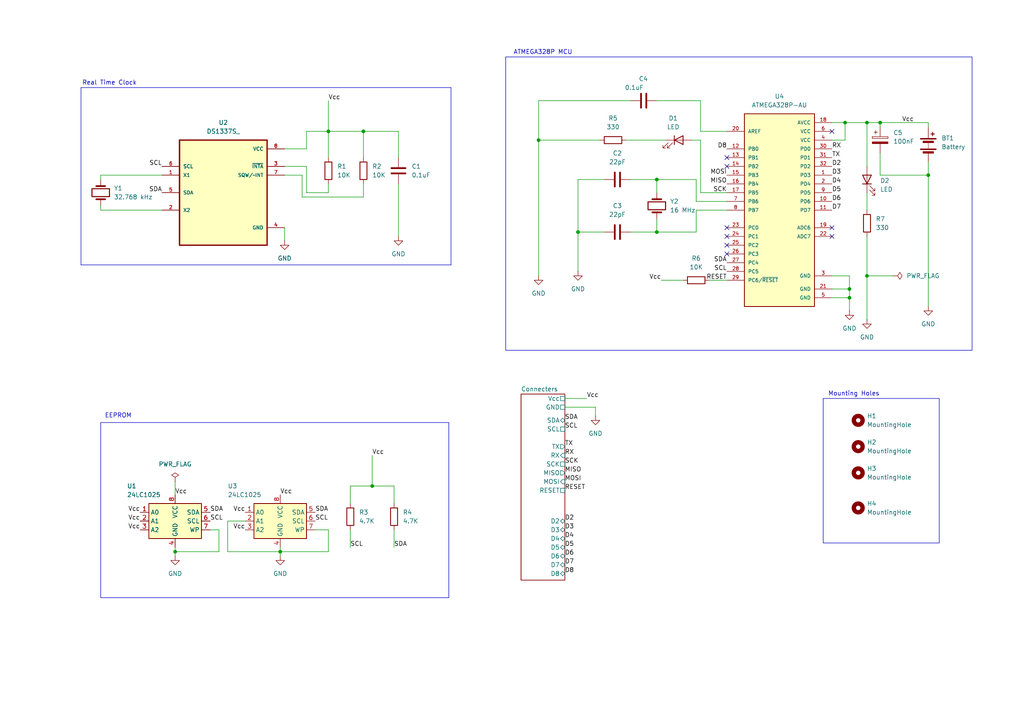
<source format=kicad_sch>
(kicad_sch (version 20250114) (generator "eeschema") (generator_version "9.0")
  (paper "A4")
  (title_block (title "${project_name}") (date "2025-11-05") (rev "1"))
  (lib_symbols
    (symbol "ATMEGA328P-AU:ATMEGA328P-AU" (pin_names (offset 1.016))
      (property "Reference" "U4" (at 0 33.02 0))
      (property "Value" "ATMEGA328P-AU" (at 0 30.48 0))
      (symbol "ATMEGA328P-AU_0_0"
        (rectangle (start -10.16 -27.94) (end 10.16 27.94) (stroke (width 0.254)) (fill (type background)))
        (pin input line (at -15.24 22.86 0) (length 5.08) (name "AREF") (number "20"))
        (pin bidirectional line (at -15.24 17.78 0) (length 5.08) (name "PB0") (number "12"))
        (pin bidirectional line (at -15.24 15.24 0) (length 5.08) (name "PB1") (number "13"))
        (pin bidirectional line (at -15.24 12.7 0) (length 5.08) (name "PB2") (number "14"))
        (pin bidirectional line (at -15.24 10.16 0) (length 5.08) (name "PB3") (number "15"))
        (pin bidirectional line (at -15.24 7.62 0) (length 5.08) (name "PB4") (number "16"))
        (pin bidirectional line (at -15.24 5.08 0) (length 5.08) (name "PB5") (number "17"))
        (pin bidirectional line (at -15.24 2.54 0) (length 5.08) (name "PB6") (number "7"))
        (pin bidirectional line (at -15.24 0 0) (length 5.08) (name "PB7") (number "8"))
        (pin bidirectional line (at -15.24 -5.08 0) (length 5.08) (name "PC0") (number "23"))
        (pin bidirectional line (at -15.24 -7.62 0) (length 5.08) (name "PC1") (number "24"))
        (pin bidirectional line (at -15.24 -10.16 0) (length 5.08) (name "PC2") (number "25"))
        (pin bidirectional line (at -15.24 -12.7 0) (length 5.08) (name "PC3") (number "26"))
        (pin bidirectional line (at -15.24 -15.24 0) (length 5.08) (name "PC4") (number "27"))
        (pin bidirectional line (at -15.24 -17.78 0) (length 5.08) (name "PC5") (number "28"))
        (pin bidirectional line (at -15.24 -20.32 0) (length 5.08) (name "PC6/~{RESET}") (number "29"))
        (pin power_in line (at 15.24 25.4 180) (length 5.08) (name "AVCC") (number "18"))
        (pin power_in line (at 15.24 22.86 180) (length 5.08) (name "VCC") (number "6"))
        (pin power_in line (at 15.24 20.32 180) (length 5.08) (name "VCC") (number "4"))
        (pin bidirectional line (at 15.24 17.78 180) (length 5.08) (name "PD0") (number "30"))
        (pin bidirectional line (at 15.24 15.24 180) (length 5.08) (name "PD1") (number "31"))
        (pin bidirectional line (at 15.24 12.7 180) (length 5.08) (name "PD2") (number "32"))
        (pin bidirectional line (at 15.24 10.16 180) (length 5.08) (name "PD3") (number "1"))
        (pin bidirectional line (at 15.24 7.62 180) (length 5.08) (name "PD4") (number "2"))
        (pin bidirectional line (at 15.24 5.08 180) (length 5.08) (name "PD5") (number "9"))
        (pin bidirectional line (at 15.24 2.54 180) (length 5.08) (name "PD6") (number "10"))
        (pin bidirectional line (at 15.24 0 180) (length 5.08) (name "PD7") (number "11"))
        (pin bidirectional line (at 15.24 -5.08 180) (length 5.08) (name "ADC6") (number "19"))
        (pin bidirectional line (at 15.24 -7.62 180) (length 5.08) (name "ADC7") (number "22"))
        (pin power_in line (at 15.24 -19.05 180) (length 5.08) (name "GND") (number "3"))
        (pin power_in line (at 15.24 -22.86 180) (length 5.08) (name "GND") (number "21"))
        (pin power_in line (at 15.24 -25.4 180) (length 5.08) (name "GND") (number "5"))
      )
    )
    (symbol "DS1337S_:DS1337S_" (pin_names (offset 1.016))
      (property "Reference" "U" (at -12.7 16.24 0))
      (property "Value" "DS1337S_" (at -12.7 -19.24 0))
      (symbol "DS1337S__0_0"
        (rectangle (start -12.7 -15.24) (end 12.7 15.24) (stroke (width 0.41)) (fill (type background)))
        (pin input line (at -17.78 7.62 0) (length 5.08) (name "SCL") (number "6"))
        (pin input line (at -17.78 5.08 0) (length 5.08) (name "X1") (number "1"))
        (pin bidirectional line (at -17.78 0 0) (length 5.08) (name "SDA") (number "5"))
        (pin bidirectional line (at -17.78 -5.08 0) (length 5.08) (name "X2") (number "2"))
        (pin power_in line (at 17.78 12.7 180) (length 5.08) (name "VCC") (number "8"))
        (pin output line (at 17.78 7.62 180) (length 5.08) (name "~{INTA}") (number "3"))
        (pin output line (at 17.78 5.08 180) (length 5.08) (name "SQW/~INT") (number "7"))
        (pin power_in line (at 17.78 -10.16 180) (length 5.08) (name "GND") (number "4"))
      )
    )
    (symbol "Device:Battery" (pin_numbers (hide yes)) (pin_names (offset 0) (hide yes))
      (property "Reference" "BT" (at 2.54 2.54 0))
      (property "Value" "Battery" (at 2.54 0 0))
      (symbol "Battery_0_1"
        (rectangle (start -2.286 1.778) (end 2.286 1.524) (fill (type outline)))
        (rectangle (start -2.286 -1.27) (end 2.286 -1.524) (fill (type outline)))
        (rectangle (start -1.524 1.016) (end 1.524 0.508) (fill (type outline)))
        (rectangle (start -1.524 -2.032) (end 1.524 -2.54) (fill (type outline)))
        (polyline (pts (xy 0 1.778) (xy 0 2.54)))
        (polyline (pts (xy 0 0) (xy 0 0.254)))
        (polyline (pts (xy 0 -0.508) (xy 0 -0.254)))
        (polyline (pts (xy 0 -1.016) (xy 0 -0.762)))
        (polyline (pts (xy 0.762 3.048) (xy 1.778 3.048)) (stroke (width 0.254)))
        (polyline (pts (xy 1.27 3.556) (xy 1.27 2.54)) (stroke (width 0.254)))
      )
      (symbol "Battery_1_1"
        (pin passive line (at 0 5.08 270) (length 2.54) (name "+") (number "1"))
        (pin passive line (at 0 -5.08 90) (length 2.54) (name "-") (number "2"))
      )
    )
    (symbol "Device:C" (pin_numbers (hide yes)) (pin_names (offset 0.254))
      (property "Reference" "C" (at 0.635 2.54 0))
      (property "Value" "C" (at 0.635 -2.54 0))
      (symbol "C_0_1"
        (polyline (pts (xy -2.032 0.762) (xy 2.032 0.762)) (stroke (width 0.508)))
        (polyline (pts (xy -2.032 -0.762) (xy 2.032 -0.762)) (stroke (width 0.508)))
      )
      (symbol "C_1_1"
        (pin passive line (at 0 3.81 270) (length 2.794) (name "~") (number "1"))
        (pin passive line (at 0 -3.81 90) (length 2.794) (name "~") (number "2"))
      )
    )
    (symbol "Device:C_Polarized" (pin_numbers (hide yes)) (pin_names (offset 0.254))
      (property "Reference" "C" (at 0.635 2.54 0))
      (property "Value" "C_Polarized" (at 0.635 -2.54 0))
      (symbol "C_Polarized_0_1"
        (rectangle (start -2.286 0.508) (end 2.286 1.016))
        (polyline (pts (xy -1.778 2.286) (xy -0.762 2.286)))
        (polyline (pts (xy -1.27 2.794) (xy -1.27 1.778)))
        (rectangle (start 2.286 -0.508) (end -2.286 -1.016) (fill (type outline)))
      )
      (symbol "C_Polarized_1_1"
        (pin passive line (at 0 3.81 270) (length 2.794) (name "~") (number "1"))
        (pin passive line (at 0 -3.81 90) (length 2.794) (name "~") (number "2"))
      )
    )
    (symbol "Device:Crystal" (pin_numbers (hide yes)) (pin_names (offset 1.016) (hide yes))
      (property "Reference" "Y" (at 0 3.81 0))
      (property "Value" "Crystal" (at 0 -3.81 0))
      (symbol "Crystal_0_1"
        (polyline (pts (xy -2.54 0) (xy -1.905 0)))
        (polyline (pts (xy -1.905 -1.27) (xy -1.905 1.27)) (stroke (width 0.508)))
        (rectangle (start -1.143 2.54) (end 1.143 -2.54) (stroke (width 0.3048)))
        (polyline (pts (xy 1.905 -1.27) (xy 1.905 1.27)) (stroke (width 0.508)))
        (polyline (pts (xy 2.54 0) (xy 1.905 0)))
      )
      (symbol "Crystal_1_1"
        (pin passive line (at -3.81 0 0) (length 1.27) (name "1") (number "1"))
        (pin passive line (at 3.81 0 180) (length 1.27) (name "2") (number "2"))
      )
    )
    (symbol "Device:LED" (pin_numbers (hide yes)) (pin_names (offset 1.016) (hide yes))
      (property "Reference" "D" (at 0 2.54 0))
      (property "Value" "LED" (at 0 -2.54 0))
      (symbol "LED_0_1"
        (polyline (pts (xy -3.048 -0.762) (xy -4.572 -2.286) (xy -3.81 -2.286) (xy -4.572 -2.286) (xy -4.572 -1.524)))
        (polyline (pts (xy -1.778 -0.762) (xy -3.302 -2.286) (xy -2.54 -2.286) (xy -3.302 -2.286) (xy -3.302 -1.524)))
        (polyline (pts (xy -1.27 0) (xy 1.27 0)))
        (polyline (pts (xy -1.27 -1.27) (xy -1.27 1.27)) (stroke (width 0.254)))
        (polyline (pts (xy 1.27 -1.27) (xy 1.27 1.27) (xy -1.27 0) (xy 1.27 -1.27)) (stroke (width 0.254)))
      )
      (symbol "LED_1_1"
        (pin passive line (at -3.81 0 0) (length 2.54) (name "K") (number "1"))
        (pin passive line (at 3.81 0 180) (length 2.54) (name "A") (number "2"))
      )
    )
    (symbol "Device:R" (pin_numbers (hide yes)) (pin_names (offset 0))
      (property "Reference" "R" (at 2.032 0 90))
      (property "Value" "R" (at 0 0 90))
      (symbol "R_0_1"
        (rectangle (start -1.016 -2.54) (end 1.016 2.54) (stroke (width 0.254)))
      )
      (symbol "R_1_1"
        (pin passive line (at 0 3.81 270) (length 1.27) (name "~") (number "1"))
        (pin passive line (at 0 -3.81 90) (length 1.27) (name "~") (number "2"))
      )
    )
    (symbol "Mechanical:MountingHole" (pin_names (offset 1.016)) (in_bom no)
      (property "Reference" "H" (at 0 5.08 0))
      (property "Value" "MountingHole" (at 0 3.175 0))
      (symbol "MountingHole_0_1"
        (circle (center 0 0) (radius 1.27) (stroke (width 1.27)))
      )
    )
    (symbol "Memory_EEPROM:24LC1025"
      (property "Reference" "U" (at -6.35 6.35 0))
      (property "Value" "24LC1025" (at 1.27 6.35 0))
      (symbol "24LC1025_1_1"
        (rectangle (start -7.62 5.08) (end 7.62 -5.08) (stroke (width 0.254)) (fill (type background)))
        (pin input line (at -10.16 2.54 0) (length 2.54) (name "A0") (number "1"))
        (pin input line (at -10.16 0 0) (length 2.54) (name "A1") (number "2"))
        (pin input line (at -10.16 -2.54 0) (length 2.54) (name "A2") (number "3"))
        (pin power_in line (at 0 7.62 270) (length 2.54) (name "VCC") (number "8"))
        (pin power_in line (at 0 -7.62 90) (length 2.54) (name "GND") (number "4"))
        (pin bidirectional line (at 10.16 2.54 180) (length 2.54) (name "SDA") (number "5"))
        (pin input line (at 10.16 0 180) (length 2.54) (name "SCL") (number "6"))
        (pin input line (at 10.16 -2.54 180) (length 2.54) (name "WP") (number "7"))
      )
    )
    (symbol "power:GND" (power) (pin_numbers (hide yes)) (pin_names (offset 0) (hide yes))
      (property "Value" "GND" (at 0 -3.81 0))
      (symbol "GND_0_1"
        (polyline (pts (xy 0 0) (xy 0 -1.27) (xy 1.27 -1.27) (xy 0 -2.54) (xy -1.27 -1.27) (xy 0 -1.27)))
      )
      (symbol "GND_1_1"
        (pin power_in line (at 0 0 270) (length 0) (name "~") (number "1"))
      )
    )
    (symbol "power:PWR_FLAG" (power) (pin_numbers (hide yes)) (pin_names (offset 0) (hide yes))
      (property "Value" "PWR_FLAG" (at 0 3.81 0))
      (symbol "PWR_FLAG_0_0"
        (pin power_out line (at 0 0 90) (length 0) (name "~") (number "1"))
      )
      (symbol "PWR_FLAG_0_1"
        (polyline (pts (xy 0 0) (xy 0 1.27) (xy -1.016 1.905) (xy 0 2.54) (xy 1.016 1.905) (xy 0 1.27)))
      )
    )
  )
  (rectangle (start 29.21 122.555) (end 130.175 173.355))
  (rectangle (start 238.76 115.57) (end 272.415 157.48))
  (rectangle (start 146.685 16.51) (end 281.94 101.6))
  (text "Mounting Holes" (at 247.65 114.3 0) (effects (font (size 1.27 1.27))))
  (text "Real Time Clock\n" (at 31.75 24.13 0) (effects (font (size 1.27 1.27))))
  (text "EEPROM" (at 34.29 120.65 0) (effects (font (size 1.27 1.27))))
  (text "ATMEGA328P MCU" (at 157.48 15.24 0) (effects (font (size 1.27 1.27))))
  (junction (at 105.41 38.1))
  (junction (at 246.38 83.82))
  (junction (at 95.25 38.1))
  (junction (at 251.46 80.01))
  (junction (at 245.11 35.56))
  (junction (at 81.28 160.02))
  (junction (at 190.5 52.07))
  (junction (at 167.64 67.31))
  (junction (at 255.27 35.56))
  (junction (at 50.8 160.02))
  (junction (at 156.21 40.64))
  (junction (at 251.46 35.56))
  (junction (at 107.95 140.97))
  (junction (at 190.5 67.31))
  (junction (at 246.38 86.36))
  (junction (at 269.24 50.8))
  (no_connect (at 210.82 48.26))
  (no_connect (at 241.3 68.58))
  (no_connect (at 210.82 45.72))
  (no_connect (at 210.82 66.04))
  (no_connect (at 210.82 73.66))
  (no_connect (at 210.82 71.12))
  (no_connect (at 210.82 68.58))
  (no_connect (at 241.3 38.1))
  (no_connect (at 241.3 66.04))
  (wire (pts (xy 95.25 53.34) (xy 95.25 55.88)))
  (wire (pts (xy 251.46 35.56) (xy 255.27 35.56)))
  (wire (pts (xy 101.6 153.67) (xy 101.6 158.75)))
  (wire (pts (xy 95.25 153.67) (xy 95.25 160.02)))
  (wire (pts (xy 269.24 35.56) (xy 255.27 35.56)))
  (wire (pts (xy 182.88 52.07) (xy 190.5 52.07)))
  (wire (pts (xy 201.93 52.07) (xy 190.5 52.07)))
  (wire (pts (xy 251.46 35.56) (xy 245.11 35.56)))
  (wire (pts (xy 259.08 80.01) (xy 251.46 80.01)))
  (wire (pts (xy 95.25 38.1) (xy 95.25 45.72)))
  (wire (pts (xy 50.8 158.75) (xy 50.8 160.02)))
  (wire (pts (xy 82.55 66.04) (xy 82.55 69.85)))
  (wire (pts (xy 156.21 40.64) (xy 156.21 80.01)))
  (wire (pts (xy 95.25 29.21) (xy 95.25 38.1)))
  (wire (pts (xy 201.93 58.42) (xy 201.93 52.07)))
  (wire (pts (xy 71.12 151.13) (xy 66.04 151.13)))
  (wire (pts (xy 163.83 118.11) (xy 172.72 118.11)))
  (wire (pts (xy 246.38 86.36) (xy 241.3 86.36)))
  (wire (pts (xy 88.9 43.18) (xy 88.9 38.1)))
  (wire (pts (xy 29.21 60.96) (xy 46.99 60.96)))
  (wire (pts (xy 182.88 67.31) (xy 190.5 67.31)))
  (wire (pts (xy 167.64 67.31) (xy 167.64 78.74)))
  (wire (pts (xy 269.24 36.83) (xy 269.24 35.56)))
  (wire (pts (xy 95.25 38.1) (xy 105.41 38.1)))
  (wire (pts (xy 190.5 29.21) (xy 203.2 29.21)))
  (wire (pts (xy 107.95 132.08) (xy 107.95 140.97)))
  (wire (pts (xy 156.21 29.21) (xy 156.21 40.64)))
  (wire (pts (xy 114.3 153.67) (xy 114.3 158.75)))
  (wire (pts (xy 60.96 153.67) (xy 63.5 153.67)))
  (wire (pts (xy 246.38 86.36) (xy 246.38 90.17)))
  (wire (pts (xy 191.77 81.28) (xy 198.12 81.28)))
  (wire (pts (xy 105.41 53.34) (xy 105.41 57.15)))
  (wire (pts (xy 29.21 52.07) (xy 29.21 50.8)))
  (wire (pts (xy 88.9 38.1) (xy 95.25 38.1)))
  (wire (pts (xy 82.55 48.26) (xy 88.9 48.26)))
  (wire (pts (xy 88.9 55.88) (xy 95.25 55.88)))
  (wire (pts (xy 255.27 44.45) (xy 255.27 50.8)))
  (polyline (pts (xy 130.81 76.835) (xy 130.81 25.4)))
  (wire (pts (xy 246.38 80.01) (xy 246.38 83.82)))
  (wire (pts (xy 201.93 67.31) (xy 190.5 67.31)))
  (wire (pts (xy 241.3 80.01) (xy 246.38 80.01)))
  (wire (pts (xy 101.6 140.97) (xy 107.95 140.97)))
  (wire (pts (xy 167.64 67.31) (xy 175.26 67.31)))
  (wire (pts (xy 63.5 160.02) (xy 50.8 160.02)))
  (wire (pts (xy 210.82 60.96) (xy 201.93 60.96)))
  (wire (pts (xy 190.5 63.5) (xy 190.5 67.31)))
  (wire (pts (xy 29.21 50.8) (xy 46.99 50.8)))
  (wire (pts (xy 29.21 59.69) (xy 29.21 60.96)))
  (wire (pts (xy 87.63 50.8) (xy 87.63 57.15)))
  (wire (pts (xy 181.61 40.64) (xy 193.04 40.64)))
  (wire (pts (xy 63.5 153.67) (xy 63.5 160.02)))
  (wire (pts (xy 241.3 40.64) (xy 245.11 40.64)))
  (wire (pts (xy 82.55 43.18) (xy 88.9 43.18)))
  (wire (pts (xy 269.24 50.8) (xy 269.24 88.9)))
  (polyline (pts (xy 130.81 25.4) (xy 23.495 25.4)))
  (wire (pts (xy 115.57 53.34) (xy 115.57 68.58)))
  (wire (pts (xy 50.8 160.02) (xy 50.8 161.29)))
  (wire (pts (xy 203.2 38.1) (xy 210.82 38.1)))
  (wire (pts (xy 203.2 29.21) (xy 203.2 38.1)))
  (wire (pts (xy 190.5 52.07) (xy 190.5 55.88)))
  (wire (pts (xy 172.72 118.11) (xy 172.72 120.65)))
  (wire (pts (xy 210.82 58.42) (xy 201.93 58.42)))
  (wire (pts (xy 81.28 160.02) (xy 81.28 161.29)))
  (wire (pts (xy 246.38 83.82) (xy 246.38 86.36)))
  (wire (pts (xy 203.2 55.88) (xy 210.82 55.88)))
  (wire (pts (xy 66.04 160.02) (xy 81.28 160.02)))
  (wire (pts (xy 114.3 140.97) (xy 114.3 146.05)))
  (wire (pts (xy 95.25 160.02) (xy 81.28 160.02)))
  (wire (pts (xy 81.28 158.75) (xy 81.28 160.02)))
  (wire (pts (xy 88.9 48.26) (xy 88.9 55.88)))
  (wire (pts (xy 241.3 83.82) (xy 246.38 83.82)))
  (wire (pts (xy 91.44 153.67) (xy 95.25 153.67)))
  (wire (pts (xy 50.8 139.7) (xy 50.8 143.51)))
  (wire (pts (xy 115.57 38.1) (xy 115.57 45.72)))
  (wire (pts (xy 245.11 35.56) (xy 241.3 35.56)))
  (wire (pts (xy 255.27 35.56) (xy 255.27 36.83)))
  (wire (pts (xy 105.41 45.72) (xy 105.41 38.1)))
  (wire (pts (xy 203.2 40.64) (xy 203.2 55.88)))
  (wire (pts (xy 269.24 46.99) (xy 269.24 50.8)))
  (polyline (pts (xy 23.495 25.4) (xy 23.495 76.835)))
  (wire (pts (xy 201.93 60.96) (xy 201.93 67.31)))
  (wire (pts (xy 251.46 55.88) (xy 251.46 60.96)))
  (wire (pts (xy 82.55 50.8) (xy 87.63 50.8)))
  (wire (pts (xy 87.63 57.15) (xy 105.41 57.15)))
  (wire (pts (xy 101.6 146.05) (xy 101.6 140.97)))
  (wire (pts (xy 167.64 52.07) (xy 167.64 67.31)))
  (wire (pts (xy 251.46 68.58) (xy 251.46 80.01)))
  (wire (pts (xy 245.11 40.64) (xy 245.11 35.56)))
  (wire (pts (xy 182.88 29.21) (xy 156.21 29.21)))
  (polyline (pts (xy 23.495 76.835) (xy 130.81 76.835)))
  (wire (pts (xy 251.46 35.56) (xy 251.46 48.26)))
  (wire (pts (xy 107.95 140.97) (xy 114.3 140.97)))
  (wire (pts (xy 163.83 115.57) (xy 170.18 115.57)))
  (wire (pts (xy 175.26 52.07) (xy 167.64 52.07)))
  (wire (pts (xy 251.46 80.01) (xy 251.46 92.71)))
  (wire (pts (xy 105.41 38.1) (xy 115.57 38.1)))
  (wire (pts (xy 205.74 81.28) (xy 210.82 81.28)))
  (wire (pts (xy 66.04 151.13) (xy 66.04 160.02)))
  (wire (pts (xy 200.66 40.64) (xy 203.2 40.64)))
  (wire (pts (xy 156.21 40.64) (xy 173.99 40.64)))
  (wire (pts (xy 255.27 50.8) (xy 269.24 50.8)))
  (label "D7" (at 163.83 163.83 0))
  (label "TX" (at 241.3 45.72 0))
  (label "SCL" (at 210.82 78.74 180))
  (label "SCL" (at 60.96 151.13 0))
  (label "Vcc" (at 50.8 143.51 0))
  (label "D4" (at 163.83 156.21 0))
  (label "D5" (at 163.83 158.75 0))
  (label "MISO" (at 210.82 53.34 180))
  (label "Vcc" (at 95.25 29.21 0))
  (label "SCL" (at 46.99 48.26 180))
  (label "SDA" (at 163.83 121.92 0))
  (label "MOSI" (at 210.82 50.8 180))
  (label "TX" (at 163.83 129.54 0))
  (label "Vcc" (at 40.64 151.13 180))
  (label "MOSI" (at 163.83 139.7 0))
  (label "D7" (at 241.3 60.96 0))
  (label "SCK" (at 163.83 134.62 0))
  (label "Vcc" (at 107.95 132.08 0))
  (label "Vcc" (at 71.12 148.59 180))
  (label "Vcc" (at 81.28 143.51 0))
  (label "D3" (at 241.3 50.8 0))
  (label "D2" (at 163.83 151.13 0))
  (label "D5" (at 241.3 55.88 0))
  (label "SCK" (at 210.82 55.88 180))
  (label "RX" (at 241.3 43.18 0))
  (label "SDA" (at 114.3 158.75 0))
  (label "Vcc" (at 191.77 81.28 180))
  (label "SCL" (at 163.83 124.46 0))
  (label "Vcc" (at 40.64 148.59 180))
  (label "Vcc" (at 71.12 153.67 180))
  (label "SDA" (at 60.96 148.59 0))
  (label "RX" (at 163.83 132.08 0))
  (label "SDA" (at 46.99 55.88 180))
  (label "D4" (at 241.3 53.34 0))
  (label "SCL" (at 101.6 158.75 0))
  (label "SDA" (at 91.44 148.59 0))
  (label "SDA" (at 210.82 76.2 180))
  (label "D8" (at 163.83 166.37 0))
  (label "D8" (at 210.82 43.18 180))
  (label "MISO" (at 163.83 137.16 0))
  (label "RESET" (at 163.83 142.24 0))
  (label "RESET" (at 210.82 81.28 180))
  (label "Vcc" (at 261.62 35.56 0))
  (label "SCL" (at 91.44 151.13 0))
  (label "Vcc" (at 170.18 115.57 0))
  (label "D2" (at 241.3 48.26 0))
  (label "D6" (at 163.83 161.29 0))
  (label "D3" (at 163.83 153.67 0))
  (label "D6" (at 241.3 58.42 0))
  (label "Vcc" (at 40.64 153.67 180))
  (symbol (lib_id "power:GND") (at 246.38 90.17 0) (unit 1)
    (property "Reference" "#PWR05" (effects (hide yes)))
    (property "Value" "GND" (at 246.38 95.25 0))
    (property "Description" "Power symbol creates a global label with name \"GND\" , ground" (effects (hide yes)))
  )
  (symbol (lib_id "Device:R") (at 114.3 149.86 0) (unit 1)
    (property "Reference" "R4" (at 116.84 148.5899 0) (effects (justify left)))
    (property "Value" "4.7K" (at 116.84 151.1299 0) (effects (justify left)))
    (property "Footprint" "Resistor_SMD:R_0805_2012Metric" (effects (hide yes)))
    (property "Description" "Resistor" (effects (hide yes)))
  )
  (symbol (lib_id "Device:C") (at 179.07 52.07 90) (unit 1)
    (property "Reference" "C2" (at 179.07 44.45 90))
    (property "Value" "22pF" (at 179.07 46.99 90))
    (property "Footprint" "Capacitor_SMD:C_0805_2012Metric" (effects (hide yes)))
    (property "Description" "Unpolarized capacitor" (effects (hide yes)))
  )
  (symbol (lib_id "power:GND") (at 50.8 161.29 0) (unit 1)
    (property "Reference" "#PWR03" (effects (hide yes)))
    (property "Value" "GND" (at 50.8 166.37 0))
    (property "Description" "Power symbol creates a global label with name \"GND\" , ground" (effects (hide yes)))
  )
  (symbol (lib_id "Device:LED") (at 196.85 40.64 0) (unit 1)
    (property "Reference" "D1" (at 195.2625 34.29 0))
    (property "Value" "LED" (at 195.2625 36.83 0))
    (property "Footprint" "LED_SMD:LED_0805_2012Metric" (effects (hide yes)))
    (property "Description" "Light emitting diode" (effects (hide yes)))
    (property "Sim.Pins" "1=K 2=A" (effects (hide yes)))
  )
  (symbol (lib_id "power:GND") (at 251.46 92.71 0) (unit 1)
    (property "Reference" "#PWR06" (effects (hide yes)))
    (property "Value" "GND" (at 251.46 97.79 0))
    (property "Description" "Power symbol creates a global label with name \"GND\" , ground" (effects (hide yes)))
  )
  (symbol (lib_id "Mechanical:MountingHole") (at 248.92 121.92 0) (unit 1) (in_bom no)
    (property "Reference" "H1" (at 251.46 120.6499 0) (effects (justify left)))
    (property "Value" "MountingHole" (at 251.46 123.1899 0) (effects (justify left)))
    (property "Footprint" "MountingHole:MountingHole_2.1mm" (effects (hide yes)))
    (property "Description" "Mounting Hole without connection" (effects (hide yes)))
  )
  (symbol (lib_id "Device:R") (at 101.6 149.86 0) (unit 1)
    (property "Reference" "R3" (at 104.14 148.5899 0) (effects (justify left)))
    (property "Value" "4.7K" (at 104.14 151.1299 0) (effects (justify left)))
    (property "Footprint" "Resistor_SMD:R_0805_2012Metric" (effects (hide yes)))
    (property "Description" "Resistor" (effects (hide yes)))
  )
  (symbol (lib_id "power:GND") (at 81.28 161.29 0) (unit 1)
    (property "Reference" "#PWR04" (effects (hide yes)))
    (property "Value" "GND" (at 81.28 166.37 0))
    (property "Description" "Power symbol creates a global label with name \"GND\" , ground" (effects (hide yes)))
  )
  (symbol (lib_id "Mechanical:MountingHole") (at 248.92 147.32 90) (unit 1) (in_bom no)
    (property "Reference" "H4" (at 251.46 146.0499 90) (effects (justify right)))
    (property "Value" "MountingHole" (at 251.46 148.5899 90) (effects (justify right)))
    (property "Footprint" "MountingHole:MountingHole_2.1mm" (effects (hide yes)))
    (property "Description" "Mounting Hole without connection" (effects (hide yes)))
  )
  (symbol (lib_id "Device:C") (at 186.69 29.21 270) (mirror x) (unit 1)
    (property "Reference" "C4" (at 187.96 22.86 90) (effects (justify right)))
    (property "Value" "0.1uF" (at 186.69 25.4 90) (effects (justify right)))
    (property "Footprint" "Capacitor_SMD:C_0805_2012Metric" (effects (hide yes)))
    (property "Description" "Unpolarized capacitor" (effects (hide yes)))
  )
  (symbol (lib_id "Device:C") (at 115.57 49.53 0) (unit 1)
    (property "Reference" "C1" (at 119.38 48.2599 0) (effects (justify left)))
    (property "Value" "0.1uF" (at 119.38 50.7999 0) (effects (justify left)))
    (property "Footprint" "Capacitor_SMD:C_0805_2012Metric" (effects (hide yes)))
    (property "Description" "Unpolarized capacitor" (effects (hide yes)))
  )
  (symbol (lib_id "power:GND") (at 269.24 88.9 0) (unit 1)
    (property "Reference" "#PWR07" (effects (hide yes)))
    (property "Value" "GND" (at 269.24 93.98 0))
    (property "Description" "Power symbol creates a global label with name \"GND\" , ground" (effects (hide yes)))
  )
  (symbol (lib_id "Device:LED") (at 251.46 52.07 90) (unit 1)
    (property "Reference" "D2" (at 255.27 52.3874 90) (effects (justify right)))
    (property "Value" "LED" (at 255.27 54.9274 90) (effects (justify right)))
    (property "Footprint" "LED_SMD:LED_0805_2012Metric" (effects (hide yes)))
    (property "Description" "Light emitting diode" (effects (hide yes)))
    (property "Sim.Pins" "1=K 2=A" (effects (hide yes)))
  )
  (symbol (lib_id "Device:R") (at 105.41 49.53 0) (unit 1)
    (property "Reference" "R2" (at 107.95 48.2599 0) (effects (justify left)))
    (property "Value" "10K" (at 107.95 50.7999 0) (effects (justify left)))
    (property "Footprint" "Resistor_SMD:R_0805_2012Metric" (effects (hide yes)))
    (property "Description" "Resistor" (effects (hide yes)))
  )
  (symbol (lib_id "Device:Crystal") (at 190.5 59.69 90) (unit 1)
    (property "Reference" "Y2" (at 194.31 58.4199 90) (effects (justify right)))
    (property "Value" "16 MHz" (at 194.31 60.9599 90) (effects (justify right)))
    (property "Footprint" "Crystal:Crystal_SMD_5032-2Pin_5.0x3.2mm_HandSoldering" (effects (hide yes)))
    (property "Description" "Two pin crystal" (effects (hide yes)))
  )
  (symbol (lib_id "Memory_EEPROM:24LC1025") (at 50.8 151.13 0) (unit 1)
    (property "Reference" "U1" (at 36.83 140.97 0) (effects (justify left)))
    (property "Value" "24LC1025" (at 36.83 143.51 0) (effects (justify left)))
    (property "Footprint" "Package_SO:SOIC-8_5.3x5.3mm_P1.27mm" (effects (hide yes)))
    (property "Datasheet" "http://ww1.microchip.com/downloads/en/DeviceDoc/21941B.pdf" (effects (hide yes)))
    (property "Description" "I2C Serial EEPROM, 1024Kb, DIP-8/SOIC-8/TSSOP-8/DFN-8" (effects (hide yes)))
  )
  (symbol (lib_id "power:GND") (at 167.64 78.74 0) (unit 1)
    (property "Reference" "#PWR08" (effects (hide yes)))
    (property "Value" "GND" (at 167.64 83.82 0))
    (property "Description" "Power symbol creates a global label with name \"GND\" , ground" (effects (hide yes)))
  )
  (symbol (lib_id "power:GND") (at 172.72 120.65 0) (unit 1)
    (property "Reference" "#PWR010" (effects (hide yes)))
    (property "Value" "GND" (at 172.72 125.73 0))
    (property "Description" "Power symbol creates a global label with name \"GND\" , ground" (effects (hide yes)))
  )
  (symbol (lib_id "ATMEGA328P-AU:ATMEGA328P-AU") (at 226.06 60.96 0) (unit 1)
    (property "Reference" "U4" (at 226.06 27.94 0))
    (property "Value" "ATMEGA328P-AU" (at 226.06 30.48 0))
    (property "Footprint" "Foot Prints:QFP80P900X900X120-32N" (effects (hide yes)))
    (property "MF" "Microchip Technology" (effects (hide yes)))
    (property "MAXIMUM_PACKAGE_HEIGHT" "1.20mm" (effects (hide yes)))
    (property "Package" "None" (effects (hide yes)))
    (property "Price" "None" (effects (hide yes)))
    (property "Check_prices" "https://www.snapeda.com/parts/ATMEGA328PAU/Microchip+Technology/view-part/?ref=eda" (effects (hide yes)))
    (property "STANDARD" "IPC-7351B" (effects (hide yes)))
    (property "PARTREV" "8271A" (effects (hide yes)))
    (property "SnapEDA_Link" "https://www.snapeda.com/parts/ATMEGA328PAU/Microchip+Technology/view-part/?ref=snap" (effects (hide yes)))
    (property "MP" "ATMEGA328PAU" (effects (hide yes)))
    (property "Description_1" "MICROCONTROLLER MCU, 8 BIT, ATMEGA, 20MH; MICROCONTROLLER MCU, 8 BIT, ATMEGA, 20MHZ, TQFP-32; Controller Family/Series:ATmega; CPU Speed:20MHz; Program Memory Size:32KB; RAM Memory Size:2KB; No. of Pins:32Pins; MCU Case Style:TQFP; No. of I/O's:23I/O's; Packaging:Each" (effects (hide yes)))
    (property "Availability" "In Stock" (effects (hide yes)))
    (property "MANUFACTURER" "Microchip" (effects (hide yes)))
  )
  (symbol (lib_id "Mechanical:MountingHole") (at 248.92 129.54 0) (unit 1) (in_bom no)
    (property "Reference" "H2" (at 251.46 128.2699 0) (effects (justify left)))
    (property "Value" "MountingHole" (at 251.46 130.8099 0) (effects (justify left)))
    (property "Footprint" "MountingHole:MountingHole_2.1mm" (effects (hide yes)))
    (property "Description" "Mounting Hole without connection" (effects (hide yes)))
  )
  (symbol (lib_id "power:GND") (at 156.21 80.01 0) (unit 1)
    (property "Reference" "#PWR09" (effects (hide yes)))
    (property "Value" "GND" (at 156.21 85.09 0))
    (property "Description" "Power symbol creates a global label with name \"GND\" , ground" (effects (hide yes)))
  )
  (symbol (lib_id "power:GND") (at 115.57 68.58 0) (unit 1)
    (property "Reference" "#PWR02" (effects (hide yes)))
    (property "Value" "GND" (at 115.57 73.66 0))
    (property "Description" "Power symbol creates a global label with name \"GND\" , ground" (effects (hide yes)))
  )
  (symbol (lib_id "Device:Battery") (at 269.24 41.91 0) (unit 1)
    (property "Reference" "BT1" (at 273.05 40.0684 0) (effects (justify left)))
    (property "Value" "Battery" (at 273.05 42.6084 0) (effects (justify left)))
    (property "Footprint" "Connector_PinHeader_2.54mm:PinHeader_1x02_P2.54mm_Vertical" (effects (hide yes)))
    (property "Description" "Multiple-cell battery" (effects (hide yes)))
  )
  (symbol (lib_id "Device:R") (at 177.8 40.64 90) (unit 1)
    (property "Reference" "R5" (at 177.8 34.29 90))
    (property "Value" "330" (at 177.8 36.83 90))
    (property "Footprint" "Resistor_SMD:R_0805_2012Metric" (effects (hide yes)))
    (property "Description" "Resistor" (effects (hide yes)))
  )
  (symbol (lib_id "Mechanical:MountingHole") (at 248.92 137.16 0) (unit 1) (in_bom no)
    (property "Reference" "H3" (at 251.46 135.8899 0) (effects (justify left)))
    (property "Value" "MountingHole" (at 251.46 138.4299 0) (effects (justify left)))
    (property "Footprint" "MountingHole:MountingHole_2.1mm" (effects (hide yes)))
    (property "Description" "Mounting Hole without connection" (effects (hide yes)))
  )
  (symbol (lib_id "Device:C_Polarized") (at 255.27 40.64 0) (unit 1)
    (property "Reference" "C5" (at 259.08 38.4809 0) (effects (justify left)))
    (property "Value" "100nF" (at 259.08 41.0209 0) (effects (justify left)))
    (property "Footprint" "Capacitor_SMD:C_0805_2012Metric" (effects (hide yes)))
    (property "Description" "Polarized capacitor" (effects (hide yes)))
  )
  (symbol (lib_id "power:PWR_FLAG") (at 50.8 139.7 0) (unit 1)
    (property "Reference" "#FLG03" (effects (hide yes)))
    (property "Value" "PWR_FLAG" (at 50.8 134.62 0))
    (property "Description" "Special symbol for telling ERC where power comes from" (effects (hide yes)))
  )
  (symbol (lib_id "DS1337S_:DS1337S_") (at 64.77 55.88 0) (unit 1)
    (property "Reference" "U2" (at 64.77 35.56 0))
    (property "Value" "DS1337S_" (at 64.77 38.1 0))
    (property "Footprint" "Foot Prints:SOIC127P600X175-8N" (effects (hide yes)))
    (property "MF" "Maxim Integrated Products" (effects (hide yes)))
    (property "Description_1" "Real Time Clock (RTC) IC Clock/Calendar I2C, 2-Wire Serial 8-SOIC (0.154, 3.90mm Width)" (effects (hide yes)))
    (property "Package" "SOIC-8 Maxim" (effects (hide yes)))
    (property "Price" "None" (effects (hide yes)))
    (property "SnapEDA_Link" "https://www.snapeda.com/parts/DS1337S+/Maxim+Integrated/view-part/?ref=snap" (effects (hide yes)))
    (property "MP" "DS1337S+" (effects (hide yes)))
    (property "Availability" "In Stock" (effects (hide yes)))
    (property "Check_prices" "https://www.snapeda.com/parts/DS1337S+/Maxim+Integrated/view-part/?ref=eda" (effects (hide yes)))
  )
  (symbol (lib_id "Device:Crystal") (at 29.21 55.88 90) (unit 1)
    (property "Reference" "Y1" (at 33.02 54.6099 90) (effects (justify right)))
    (property "Value" "32.768 kHz" (at 33.02 57.1499 90) (effects (justify right)))
    (property "Footprint" "Crystal:Crystal_SMD_5032-2Pin_5.0x3.2mm_HandSoldering" (effects (hide yes)))
    (property "Description" "Two pin crystal" (effects (hide yes)))
  )
  (symbol (lib_id "Memory_EEPROM:24LC1025") (at 81.28 151.13 0) (unit 1)
    (property "Reference" "U3" (at 66.04 140.97 0) (effects (justify left)))
    (property "Value" "24LC1025" (at 66.04 143.51 0) (effects (justify left)))
    (property "Footprint" "Package_SO:SOIC-8_5.3x5.3mm_P1.27mm" (effects (hide yes)))
    (property "Datasheet" "http://ww1.microchip.com/downloads/en/DeviceDoc/21941B.pdf" (effects (hide yes)))
    (property "Description" "I2C Serial EEPROM, 1024Kb, DIP-8/SOIC-8/TSSOP-8/DFN-8" (effects (hide yes)))
  )
  (symbol (lib_id "Device:C") (at 179.07 67.31 90) (unit 1)
    (property "Reference" "C3" (at 179.07 59.69 90))
    (property "Value" "22pF" (at 179.07 62.23 90))
    (property "Footprint" "Capacitor_SMD:C_0805_2012Metric" (effects (hide yes)))
    (property "Description" "Unpolarized capacitor" (effects (hide yes)))
  )
  (symbol (lib_id "Device:R") (at 95.25 49.53 0) (unit 1)
    (property "Reference" "R1" (at 97.79 48.2599 0) (effects (justify left)))
    (property "Value" "10K" (at 97.79 50.7999 0) (effects (justify left)))
    (property "Footprint" "Resistor_SMD:R_0805_2012Metric" (effects (hide yes)))
    (property "Description" "Resistor" (effects (hide yes)))
  )
  (symbol (lib_id "Device:R") (at 251.46 64.77 0) (unit 1)
    (property "Reference" "R7" (at 254 63.4999 0) (effects (justify left)))
    (property "Value" "330" (at 254 66.0399 0) (effects (justify left)))
    (property "Footprint" "Resistor_SMD:R_0805_2012Metric" (effects (hide yes)))
    (property "Description" "Resistor" (effects (hide yes)))
  )
  (symbol (lib_id "Device:R") (at 201.93 81.28 90) (unit 1)
    (property "Reference" "R6" (at 201.93 74.93 90))
    (property "Value" "10K" (at 201.93 77.47 90))
    (property "Footprint" "Resistor_SMD:R_0805_2012Metric" (effects (hide yes)))
    (property "Description" "Resistor" (effects (hide yes)))
  )
  (symbol (lib_id "power:PWR_FLAG") (at 259.08 80.01 270) (unit 1)
    (property "Reference" "#FLG02" (effects (hide yes)))
    (property "Value" "PWR_FLAG" (at 262.89 80.0099 90) (effects (justify left)))
    (property "Description" "Special symbol for telling ERC where power comes from" (effects (hide yes)))
  )
  (symbol (lib_id "power:GND") (at 82.55 69.85 0) (unit 1)
    (property "Reference" "#PWR01" (effects (hide yes)))
    (property "Value" "GND" (at 82.55 74.93 0))
    (property "Description" "Power symbol creates a global label with name \"GND\" , ground" (effects (hide yes)))
  )
  (sheet (at 151.13 114.3) (size 12.7 53.975) (stroke (width 0.1524))
    (property "Sheetname" "Connecters" (at 151.13 113.5884 0) (effects (justify left bottom)))
    (property "Sheetfile" "Connecters.kicad_sch" (effects (hide yes)))
    (pin "Vcc" passive (at 163.83 115.57 0))
    (pin "RESET" passive (at 163.83 142.24 0))
    (pin "MISO" output (at 163.83 137.16 0))
    (pin "D2" bidirectional (at 163.83 151.13 0))
    (pin "SDA" bidirectional (at 163.83 121.92 0))
    (pin "MOSI" input (at 163.83 139.7 0))
    (pin "TX" output (at 163.83 129.54 0))
    (pin "D7" bidirectional (at 163.83 163.83 0))
    (pin "SCK" passive (at 163.83 134.62 0))
    (pin "D6" bidirectional (at 163.83 161.29 0))
    (pin "GND" passive (at 163.83 118.11 0))
    (pin "D4" bidirectional (at 163.83 156.21 0))
    (pin "D8" bidirectional (at 163.83 166.37 0))
    (pin "RX" input (at 163.83 132.08 0))
    (pin "D5" bidirectional (at 163.83 158.75 0))
    (pin "D3" bidirectional (at 163.83 153.67 0))
    (pin "SCL" passive (at 163.83 124.46 0))
  )
)
</source>
